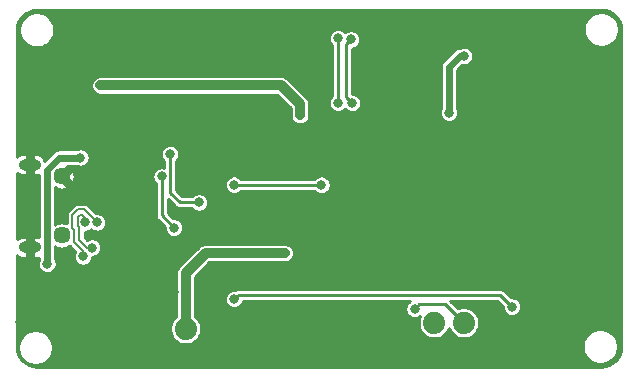
<source format=gbl>
G04 #@! TF.GenerationSoftware,KiCad,Pcbnew,(5.1.9)-1*
G04 #@! TF.CreationDate,2021-04-20T13:04:07+03:00*
G04 #@! TF.ProjectId,ESP32_SCD40-D-R2,45535033-325f-4534-9344-34302d442d52,rev?*
G04 #@! TF.SameCoordinates,Original*
G04 #@! TF.FileFunction,Copper,L2,Bot*
G04 #@! TF.FilePolarity,Positive*
%FSLAX46Y46*%
G04 Gerber Fmt 4.6, Leading zero omitted, Abs format (unit mm)*
G04 Created by KiCad (PCBNEW (5.1.9)-1) date 2021-04-20 13:04:07*
%MOMM*%
%LPD*%
G01*
G04 APERTURE LIST*
G04 #@! TA.AperFunction,ComponentPad*
%ADD10C,1.879600*%
G04 #@! TD*
G04 #@! TA.AperFunction,ComponentPad*
%ADD11O,1.900000X0.950000*%
G04 #@! TD*
G04 #@! TA.AperFunction,ComponentPad*
%ADD12C,1.450000*%
G04 #@! TD*
G04 #@! TA.AperFunction,ViaPad*
%ADD13C,0.800000*%
G04 #@! TD*
G04 #@! TA.AperFunction,Conductor*
%ADD14C,0.812800*%
G04 #@! TD*
G04 #@! TA.AperFunction,Conductor*
%ADD15C,0.609600*%
G04 #@! TD*
G04 #@! TA.AperFunction,Conductor*
%ADD16C,0.250000*%
G04 #@! TD*
G04 #@! TA.AperFunction,Conductor*
%ADD17C,0.200000*%
G04 #@! TD*
G04 #@! TA.AperFunction,Conductor*
%ADD18C,0.254000*%
G04 #@! TD*
G04 #@! TA.AperFunction,Conductor*
%ADD19C,0.100000*%
G04 #@! TD*
G04 APERTURE END LIST*
D10*
G04 #@! TO.P,TP3,1*
G04 #@! TO.N,TXD*
X35750000Y-26900000D03*
G04 #@! TD*
G04 #@! TO.P,TP2,1*
G04 #@! TO.N,RXD*
X38250000Y-26900000D03*
G04 #@! TD*
G04 #@! TO.P,TP1,1*
G04 #@! TO.N,+3V3*
X14700000Y-27400000D03*
G04 #@! TD*
D11*
G04 #@! TO.P,J1,6*
G04 #@! TO.N,GND*
X1500000Y-20500000D03*
X1500000Y-13500000D03*
D12*
X4200000Y-19500000D03*
X4200000Y-14500000D03*
G04 #@! TD*
D13*
G04 #@! TO.N,GND*
X11150000Y-21300000D03*
X5800000Y-22500000D03*
X10200000Y-28600000D03*
X16600000Y-1700000D03*
X18100000Y-5100000D03*
X25700000Y-5500000D03*
X29100000Y-5200000D03*
X21900000Y-28500000D03*
X22000000Y-22200000D03*
X43700000Y-22600000D03*
X43900000Y-8300000D03*
X34200000Y-5400000D03*
X39400000Y-5400000D03*
X21100000Y-1700000D03*
X8500000Y-1700000D03*
X4500000Y-1700000D03*
X4200000Y-6800000D03*
X800000Y-6800000D03*
X34300000Y-2800000D03*
X32300000Y-900000D03*
X39100000Y-2800000D03*
X44100000Y-2800000D03*
X44200000Y-800000D03*
X39000000Y-800000D03*
X34300000Y-800000D03*
X10000000Y-17400000D03*
X32900000Y-25500000D03*
X34100000Y-27625010D03*
X13693590Y-24326432D03*
X34300000Y-8500000D03*
X39400000Y-8600000D03*
X27800000Y-14300000D03*
X27800000Y-17400000D03*
X27900000Y-21000000D03*
X32300000Y-21000000D03*
X32300000Y-17400000D03*
X32500000Y-14300000D03*
X36600000Y-21100000D03*
X36700000Y-17400000D03*
X40400000Y-17500000D03*
X40400000Y-21200000D03*
X40500000Y-14000000D03*
X43800000Y-14000000D03*
X43700000Y-17500000D03*
X43600000Y-21300000D03*
X22700000Y-17400000D03*
X22700000Y-14200000D03*
X22800000Y-10000000D03*
X800000Y-22500000D03*
X700000Y-26800000D03*
X5400000Y-29100000D03*
X7100000Y-26400000D03*
X17800000Y-29000000D03*
X27900000Y-30000000D03*
X29800000Y-28400000D03*
X43100000Y-30000000D03*
X43800000Y-26300000D03*
X8000000Y-16900000D03*
X18850000Y-17200000D03*
X18800000Y-22300000D03*
X18750000Y-19600000D03*
X18800000Y-11450000D03*
X27850000Y-11100000D03*
G04 #@! TO.N,+3V3*
X7500000Y-6800000D03*
X19400000Y-6800000D03*
X22200000Y-21000000D03*
X23100000Y-21000000D03*
X24400000Y-8400000D03*
X24400000Y-9300000D03*
X37000000Y-9100000D03*
X38300000Y-4300000D03*
G04 #@! TO.N,VBUS*
X3000000Y-21900000D03*
X5800000Y-12900000D03*
G04 #@! TO.N,RESET*
X13400000Y-12600000D03*
X18800000Y-24900000D03*
X42325000Y-25525000D03*
X15850000Y-16700000D03*
G04 #@! TO.N,D+*
X6175000Y-18400000D03*
X6771232Y-20528768D03*
G04 #@! TO.N,D-*
X7225000Y-18400000D03*
X6028768Y-21271232D03*
G04 #@! TO.N,RTS*
X13712379Y-18837698D03*
X12674990Y-14500000D03*
G04 #@! TO.N,BOOT*
X18800000Y-15200000D03*
X26200000Y-15200000D03*
G04 #@! TO.N,SDA*
X28800000Y-8300000D03*
X28700000Y-2900000D03*
G04 #@! TO.N,SCL*
X27600000Y-2800000D03*
X27600000Y-8300000D03*
G04 #@! TO.N,RXD*
X34100000Y-25700000D03*
G04 #@! TD*
D14*
G04 #@! TO.N,+3V3*
X19400000Y-6800000D02*
X22800000Y-6800000D01*
X22800000Y-6800000D02*
X24400000Y-8400000D01*
X7500000Y-6800000D02*
X19400000Y-6800000D01*
X14700000Y-27400000D02*
X14700000Y-22700000D01*
X14700000Y-22700000D02*
X16400000Y-21000000D01*
X16400000Y-21000000D02*
X22200000Y-21000000D01*
X22200000Y-21000000D02*
X23100000Y-21000000D01*
X24400000Y-8400000D02*
X24400000Y-9300000D01*
X24400000Y-9300000D02*
X24400000Y-9300000D01*
D15*
X37000000Y-9100000D02*
X37000000Y-5200000D01*
X37900000Y-4300000D02*
X38300000Y-4300000D01*
X37000000Y-5200000D02*
X37900000Y-4300000D01*
G04 #@! TO.N,VBUS*
X3979894Y-12900000D02*
X4400000Y-12900000D01*
X2954810Y-13925084D02*
X3979894Y-12900000D01*
X2954810Y-17945190D02*
X2954810Y-13925084D01*
X3000000Y-21900000D02*
X2954810Y-21854810D01*
X2954810Y-21854810D02*
X2954810Y-17945190D01*
X4400000Y-12900000D02*
X5800000Y-12900000D01*
D16*
G04 #@! TO.N,RESET*
X19199999Y-24500001D02*
X18800000Y-24900000D01*
X41300000Y-24500000D02*
X19199999Y-24500001D01*
X42325000Y-25525000D02*
X41300000Y-24500000D01*
X15850000Y-16750000D02*
X15850000Y-16700000D01*
X14200000Y-16700000D02*
X15850000Y-16700000D01*
X13400000Y-15900000D02*
X14200000Y-16700000D01*
X13400000Y-12600000D02*
X13400000Y-15900000D01*
D17*
G04 #@! TO.N,D+*
X6175000Y-17986397D02*
X5913603Y-17725000D01*
X6175000Y-18400000D02*
X6175000Y-17986397D01*
X5913603Y-17725000D02*
X5793200Y-17725000D01*
X5793200Y-17725000D02*
X5562960Y-17955240D01*
X5674992Y-19856793D02*
X6339449Y-20521250D01*
X5562960Y-17955240D02*
X5562960Y-18709575D01*
X6339449Y-20521250D02*
X6388760Y-20521250D01*
X5562960Y-18709575D02*
X5674992Y-18821607D01*
X6388760Y-20521250D02*
X6396278Y-20528768D01*
X5674992Y-18821607D02*
X5674992Y-19856793D01*
X6396278Y-20528768D02*
X6771232Y-20528768D01*
G04 #@! TO.N,D-*
X6100000Y-17275000D02*
X5606800Y-17275000D01*
X7225000Y-18400000D02*
X6100000Y-17275000D01*
X5606800Y-17275000D02*
X5112960Y-17768840D01*
X6028768Y-20846967D02*
X6028768Y-21271232D01*
X5112960Y-17768840D02*
X5112960Y-18895958D01*
X5112960Y-18895958D02*
X5225001Y-19007999D01*
X5225001Y-19007999D02*
X5225001Y-20043200D01*
X5225001Y-20043200D02*
X6028768Y-20846967D01*
D16*
G04 #@! TO.N,RTS*
X13712379Y-18837698D02*
X12674990Y-17800309D01*
X12674990Y-17800309D02*
X12674990Y-14500000D01*
G04 #@! TO.N,BOOT*
X18800000Y-15200000D02*
X26200000Y-15200000D01*
G04 #@! TO.N,SDA*
X28300000Y-7800000D02*
X28800000Y-8300000D01*
X28300000Y-3300000D02*
X28300000Y-7800000D01*
X28700000Y-2900000D02*
X28300000Y-3300000D01*
G04 #@! TO.N,SCL*
X27600000Y-2800000D02*
X27600000Y-8300000D01*
G04 #@! TO.N,RXD*
X36650001Y-25300001D02*
X38250000Y-26900000D01*
X34499999Y-25300001D02*
X36650001Y-25300001D01*
X34100000Y-25700000D02*
X34499999Y-25300001D01*
G04 #@! TD*
D18*
G04 #@! TO.N,GND*
X50228652Y-440171D02*
X50544791Y-535619D01*
X50836366Y-690652D01*
X51092277Y-899366D01*
X51302775Y-1153815D01*
X51459842Y-1444303D01*
X51557493Y-1759763D01*
X51594001Y-2107113D01*
X51594000Y-28880147D01*
X51559829Y-29228653D01*
X51464381Y-29544790D01*
X51309345Y-29836370D01*
X51100630Y-30092281D01*
X50846182Y-30302777D01*
X50555697Y-30459842D01*
X50240237Y-30557493D01*
X49892897Y-30594000D01*
X2119853Y-30594000D01*
X1771347Y-30559829D01*
X1455210Y-30464381D01*
X1163630Y-30309345D01*
X907719Y-30100630D01*
X697223Y-29846182D01*
X540158Y-29555697D01*
X442507Y-29240237D01*
X406000Y-28892897D01*
X406000Y-28854134D01*
X519000Y-28854134D01*
X519000Y-29145866D01*
X575914Y-29431992D01*
X687555Y-29701517D01*
X849632Y-29944083D01*
X1055917Y-30150368D01*
X1298483Y-30312445D01*
X1568008Y-30424086D01*
X1854134Y-30481000D01*
X2145866Y-30481000D01*
X2431992Y-30424086D01*
X2701517Y-30312445D01*
X2944083Y-30150368D01*
X3150368Y-29944083D01*
X3312445Y-29701517D01*
X3424086Y-29431992D01*
X3481000Y-29145866D01*
X3481000Y-28854134D01*
X3461109Y-28754134D01*
X48319000Y-28754134D01*
X48319000Y-29045866D01*
X48375914Y-29331992D01*
X48487555Y-29601517D01*
X48649632Y-29844083D01*
X48855917Y-30050368D01*
X49098483Y-30212445D01*
X49368008Y-30324086D01*
X49654134Y-30381000D01*
X49945866Y-30381000D01*
X50231992Y-30324086D01*
X50501517Y-30212445D01*
X50744083Y-30050368D01*
X50950368Y-29844083D01*
X51112445Y-29601517D01*
X51224086Y-29331992D01*
X51281000Y-29045866D01*
X51281000Y-28754134D01*
X51224086Y-28468008D01*
X51112445Y-28198483D01*
X50950368Y-27955917D01*
X50744083Y-27749632D01*
X50501517Y-27587555D01*
X50231992Y-27475914D01*
X49945866Y-27419000D01*
X49654134Y-27419000D01*
X49368008Y-27475914D01*
X49098483Y-27587555D01*
X48855917Y-27749632D01*
X48649632Y-27955917D01*
X48487555Y-28198483D01*
X48375914Y-28468008D01*
X48319000Y-28754134D01*
X3461109Y-28754134D01*
X3424086Y-28568008D01*
X3312445Y-28298483D01*
X3150368Y-28055917D01*
X2944083Y-27849632D01*
X2701517Y-27687555D01*
X2431992Y-27575914D01*
X2145866Y-27519000D01*
X1854134Y-27519000D01*
X1568008Y-27575914D01*
X1298483Y-27687555D01*
X1055917Y-27849632D01*
X849632Y-28055917D01*
X687555Y-28298483D01*
X575914Y-28568008D01*
X519000Y-28854134D01*
X406000Y-28854134D01*
X406000Y-27269913D01*
X13379200Y-27269913D01*
X13379200Y-27530087D01*
X13429957Y-27785263D01*
X13529522Y-28025634D01*
X13674067Y-28241961D01*
X13858039Y-28425933D01*
X14074366Y-28570478D01*
X14314737Y-28670043D01*
X14569913Y-28720800D01*
X14830087Y-28720800D01*
X15085263Y-28670043D01*
X15325634Y-28570478D01*
X15541961Y-28425933D01*
X15725933Y-28241961D01*
X15870478Y-28025634D01*
X15970043Y-27785263D01*
X16020800Y-27530087D01*
X16020800Y-27269913D01*
X15970043Y-27014737D01*
X15870478Y-26774366D01*
X15725933Y-26558039D01*
X15541961Y-26374067D01*
X15487400Y-26337611D01*
X15487400Y-24823078D01*
X18019000Y-24823078D01*
X18019000Y-24976922D01*
X18049013Y-25127809D01*
X18107887Y-25269942D01*
X18193358Y-25397859D01*
X18302141Y-25506642D01*
X18430058Y-25592113D01*
X18572191Y-25650987D01*
X18723078Y-25681000D01*
X18876922Y-25681000D01*
X19027809Y-25650987D01*
X19169942Y-25592113D01*
X19297859Y-25506642D01*
X19406642Y-25397859D01*
X19492113Y-25269942D01*
X19550987Y-25127809D01*
X19575216Y-25006001D01*
X33734614Y-25006000D01*
X33730058Y-25007887D01*
X33602141Y-25093358D01*
X33493358Y-25202141D01*
X33407887Y-25330058D01*
X33349013Y-25472191D01*
X33319000Y-25623078D01*
X33319000Y-25776922D01*
X33349013Y-25927809D01*
X33407887Y-26069942D01*
X33493358Y-26197859D01*
X33602141Y-26306642D01*
X33730058Y-26392113D01*
X33872191Y-26450987D01*
X34023078Y-26481000D01*
X34176922Y-26481000D01*
X34327809Y-26450987D01*
X34469942Y-26392113D01*
X34554019Y-26335934D01*
X34479957Y-26514737D01*
X34429200Y-26769913D01*
X34429200Y-27030087D01*
X34479957Y-27285263D01*
X34579522Y-27525634D01*
X34724067Y-27741961D01*
X34908039Y-27925933D01*
X35124366Y-28070478D01*
X35364737Y-28170043D01*
X35619913Y-28220800D01*
X35880087Y-28220800D01*
X36135263Y-28170043D01*
X36375634Y-28070478D01*
X36591961Y-27925933D01*
X36775933Y-27741961D01*
X36920478Y-27525634D01*
X37000000Y-27333651D01*
X37079522Y-27525634D01*
X37224067Y-27741961D01*
X37408039Y-27925933D01*
X37624366Y-28070478D01*
X37864737Y-28170043D01*
X38119913Y-28220800D01*
X38380087Y-28220800D01*
X38635263Y-28170043D01*
X38875634Y-28070478D01*
X39091961Y-27925933D01*
X39275933Y-27741961D01*
X39420478Y-27525634D01*
X39520043Y-27285263D01*
X39570800Y-27030087D01*
X39570800Y-26769913D01*
X39520043Y-26514737D01*
X39420478Y-26274366D01*
X39275933Y-26058039D01*
X39091961Y-25874067D01*
X38875634Y-25729522D01*
X38635263Y-25629957D01*
X38380087Y-25579200D01*
X38119913Y-25579200D01*
X37864737Y-25629957D01*
X37745103Y-25679511D01*
X37071590Y-25005999D01*
X41090408Y-25005999D01*
X41544000Y-25459592D01*
X41544000Y-25601922D01*
X41574013Y-25752809D01*
X41632887Y-25894942D01*
X41718358Y-26022859D01*
X41827141Y-26131642D01*
X41955058Y-26217113D01*
X42097191Y-26275987D01*
X42248078Y-26306000D01*
X42401922Y-26306000D01*
X42552809Y-26275987D01*
X42694942Y-26217113D01*
X42822859Y-26131642D01*
X42931642Y-26022859D01*
X43017113Y-25894942D01*
X43075987Y-25752809D01*
X43106000Y-25601922D01*
X43106000Y-25448078D01*
X43075987Y-25297191D01*
X43017113Y-25155058D01*
X42931642Y-25027141D01*
X42822859Y-24918358D01*
X42694942Y-24832887D01*
X42552809Y-24774013D01*
X42401922Y-24744000D01*
X42259592Y-24744000D01*
X41675370Y-24159779D01*
X41659526Y-24140473D01*
X41582478Y-24077241D01*
X41494574Y-24030255D01*
X41399192Y-24001322D01*
X41324853Y-23994000D01*
X41324846Y-23994000D01*
X41300000Y-23991553D01*
X41275154Y-23994000D01*
X19224855Y-23994002D01*
X19199998Y-23991554D01*
X19100806Y-24001323D01*
X19005424Y-24030256D01*
X18917520Y-24077243D01*
X18866638Y-24119000D01*
X18723078Y-24119000D01*
X18572191Y-24149013D01*
X18430058Y-24207887D01*
X18302141Y-24293358D01*
X18193358Y-24402141D01*
X18107887Y-24530058D01*
X18049013Y-24672191D01*
X18019000Y-24823078D01*
X15487400Y-24823078D01*
X15487400Y-23026150D01*
X16726151Y-21787400D01*
X23138673Y-21787400D01*
X23254357Y-21776006D01*
X23402783Y-21730982D01*
X23539572Y-21657866D01*
X23659469Y-21559469D01*
X23757866Y-21439572D01*
X23830982Y-21302783D01*
X23876006Y-21154357D01*
X23891209Y-21000000D01*
X23876006Y-20845643D01*
X23830982Y-20697217D01*
X23757866Y-20560428D01*
X23659469Y-20440531D01*
X23539572Y-20342134D01*
X23402783Y-20269018D01*
X23254357Y-20223994D01*
X23138673Y-20212600D01*
X16438662Y-20212600D01*
X16399999Y-20208792D01*
X16361336Y-20212600D01*
X16361327Y-20212600D01*
X16245643Y-20223994D01*
X16097217Y-20269018D01*
X15960428Y-20342134D01*
X15840531Y-20440531D01*
X15815877Y-20470572D01*
X14170573Y-22115877D01*
X14140532Y-22140531D01*
X14115879Y-22170571D01*
X14042135Y-22260428D01*
X13969018Y-22397218D01*
X13923995Y-22545643D01*
X13908792Y-22700000D01*
X13912601Y-22738673D01*
X13912600Y-26337610D01*
X13858039Y-26374067D01*
X13674067Y-26558039D01*
X13529522Y-26774366D01*
X13429957Y-27014737D01*
X13379200Y-27269913D01*
X406000Y-27269913D01*
X406000Y-21171601D01*
X439810Y-21205754D01*
X588740Y-21306358D01*
X754435Y-21375974D01*
X930528Y-21411927D01*
X1110251Y-21412835D01*
X1252000Y-21293010D01*
X1252000Y-20748000D01*
X1232000Y-20748000D01*
X1232000Y-20252000D01*
X1252000Y-20252000D01*
X1252000Y-19706990D01*
X1110251Y-19587165D01*
X930528Y-19588073D01*
X754435Y-19624026D01*
X588740Y-19693642D01*
X439810Y-19794246D01*
X406000Y-19828399D01*
X406000Y-14171601D01*
X439810Y-14205754D01*
X588740Y-14306358D01*
X754435Y-14375974D01*
X930528Y-14411927D01*
X1110251Y-14412835D01*
X1252000Y-14293010D01*
X1252000Y-13748000D01*
X1232000Y-13748000D01*
X1232000Y-13252000D01*
X1252000Y-13252000D01*
X1252000Y-12706990D01*
X1748000Y-12706990D01*
X1748000Y-13252000D01*
X1768000Y-13252000D01*
X1768000Y-13748000D01*
X1748000Y-13748000D01*
X1748000Y-14293010D01*
X1889749Y-14412835D01*
X2069472Y-14411927D01*
X2245565Y-14375974D01*
X2269011Y-14366123D01*
X2269010Y-17978878D01*
X2269011Y-17978888D01*
X2269011Y-19633877D01*
X2245565Y-19624026D01*
X2069472Y-19588073D01*
X1889749Y-19587165D01*
X1748000Y-19706990D01*
X1748000Y-20252000D01*
X1768000Y-20252000D01*
X1768000Y-20748000D01*
X1748000Y-20748000D01*
X1748000Y-21293010D01*
X1889749Y-21412835D01*
X2069472Y-21411927D01*
X2245565Y-21375974D01*
X2269010Y-21366124D01*
X2269010Y-21623914D01*
X2249013Y-21672191D01*
X2219000Y-21823078D01*
X2219000Y-21976922D01*
X2249013Y-22127809D01*
X2307887Y-22269942D01*
X2393358Y-22397859D01*
X2502141Y-22506642D01*
X2630058Y-22592113D01*
X2772191Y-22650987D01*
X2923078Y-22681000D01*
X3076922Y-22681000D01*
X3227809Y-22650987D01*
X3369942Y-22592113D01*
X3497859Y-22506642D01*
X3606642Y-22397859D01*
X3692113Y-22269942D01*
X3750987Y-22127809D01*
X3781000Y-21976922D01*
X3781000Y-21823078D01*
X3750987Y-21672191D01*
X3692113Y-21530058D01*
X3640610Y-21452978D01*
X3640610Y-20410118D01*
X3678600Y-20372128D01*
X3763872Y-20522201D01*
X3971674Y-20587643D01*
X4188249Y-20611289D01*
X4405277Y-20592228D01*
X4614416Y-20531194D01*
X4636128Y-20522201D01*
X4721400Y-20372128D01*
X4810046Y-20460774D01*
X4884676Y-20386144D01*
X4901590Y-20400025D01*
X5363171Y-20861606D01*
X5336655Y-20901290D01*
X5277781Y-21043423D01*
X5247768Y-21194310D01*
X5247768Y-21348154D01*
X5277781Y-21499041D01*
X5336655Y-21641174D01*
X5422126Y-21769091D01*
X5530909Y-21877874D01*
X5658826Y-21963345D01*
X5800959Y-22022219D01*
X5951846Y-22052232D01*
X6105690Y-22052232D01*
X6256577Y-22022219D01*
X6398710Y-21963345D01*
X6526627Y-21877874D01*
X6635410Y-21769091D01*
X6720881Y-21641174D01*
X6779755Y-21499041D01*
X6809768Y-21348154D01*
X6809768Y-21309768D01*
X6848154Y-21309768D01*
X6999041Y-21279755D01*
X7141174Y-21220881D01*
X7269091Y-21135410D01*
X7377874Y-21026627D01*
X7463345Y-20898710D01*
X7522219Y-20756577D01*
X7552232Y-20605690D01*
X7552232Y-20451846D01*
X7522219Y-20300959D01*
X7463345Y-20158826D01*
X7377874Y-20030909D01*
X7269091Y-19922126D01*
X7141174Y-19836655D01*
X6999041Y-19777781D01*
X6848154Y-19747768D01*
X6694310Y-19747768D01*
X6543423Y-19777781D01*
X6401290Y-19836655D01*
X6361606Y-19863171D01*
X6155992Y-19657557D01*
X6155992Y-19181000D01*
X6251922Y-19181000D01*
X6402809Y-19150987D01*
X6544942Y-19092113D01*
X6672859Y-19006642D01*
X6700000Y-18979501D01*
X6727141Y-19006642D01*
X6855058Y-19092113D01*
X6997191Y-19150987D01*
X7148078Y-19181000D01*
X7301922Y-19181000D01*
X7452809Y-19150987D01*
X7594942Y-19092113D01*
X7722859Y-19006642D01*
X7831642Y-18897859D01*
X7917113Y-18769942D01*
X7975987Y-18627809D01*
X8006000Y-18476922D01*
X8006000Y-18323078D01*
X7975987Y-18172191D01*
X7917113Y-18030058D01*
X7831642Y-17902141D01*
X7722859Y-17793358D01*
X7594942Y-17707887D01*
X7452809Y-17649013D01*
X7301922Y-17619000D01*
X7148078Y-17619000D01*
X7128192Y-17622956D01*
X6456830Y-16951594D01*
X6441764Y-16933236D01*
X6368522Y-16873128D01*
X6284961Y-16828464D01*
X6194292Y-16800960D01*
X6123626Y-16794000D01*
X6100000Y-16791673D01*
X6076374Y-16794000D01*
X5630423Y-16794000D01*
X5606799Y-16791673D01*
X5583175Y-16794000D01*
X5583174Y-16794000D01*
X5512508Y-16800960D01*
X5421839Y-16828464D01*
X5338278Y-16873128D01*
X5265036Y-16933236D01*
X5249974Y-16951589D01*
X4789554Y-17412010D01*
X4771196Y-17427076D01*
X4711088Y-17500318D01*
X4666424Y-17583880D01*
X4656449Y-17616764D01*
X4638920Y-17674548D01*
X4629633Y-17768840D01*
X4631960Y-17792467D01*
X4631961Y-18476487D01*
X4428326Y-18412357D01*
X4211751Y-18388711D01*
X3994723Y-18407772D01*
X3785584Y-18468806D01*
X3763872Y-18477799D01*
X3678600Y-18627872D01*
X3640610Y-18589882D01*
X3640610Y-15410118D01*
X3678600Y-15372128D01*
X3763872Y-15522201D01*
X3971674Y-15587643D01*
X4188249Y-15611289D01*
X4405277Y-15592228D01*
X4614416Y-15531194D01*
X4636128Y-15522201D01*
X4721401Y-15372126D01*
X4200000Y-14850725D01*
X4185858Y-14864868D01*
X3835133Y-14514143D01*
X3849275Y-14500000D01*
X4550725Y-14500000D01*
X5072126Y-15021401D01*
X5222201Y-14936128D01*
X5287643Y-14728326D01*
X5311289Y-14511751D01*
X5303502Y-14423078D01*
X11893990Y-14423078D01*
X11893990Y-14576922D01*
X11924003Y-14727809D01*
X11982877Y-14869942D01*
X12068348Y-14997859D01*
X12168991Y-15098502D01*
X12168990Y-17775463D01*
X12166543Y-17800309D01*
X12168990Y-17825155D01*
X12168990Y-17825162D01*
X12176312Y-17899501D01*
X12205245Y-17994883D01*
X12252231Y-18082788D01*
X12315463Y-18159836D01*
X12334775Y-18175685D01*
X12931379Y-18772290D01*
X12931379Y-18914620D01*
X12961392Y-19065507D01*
X13020266Y-19207640D01*
X13105737Y-19335557D01*
X13214520Y-19444340D01*
X13342437Y-19529811D01*
X13484570Y-19588685D01*
X13635457Y-19618698D01*
X13789301Y-19618698D01*
X13940188Y-19588685D01*
X14082321Y-19529811D01*
X14210238Y-19444340D01*
X14319021Y-19335557D01*
X14404492Y-19207640D01*
X14463366Y-19065507D01*
X14493379Y-18914620D01*
X14493379Y-18760776D01*
X14463366Y-18609889D01*
X14404492Y-18467756D01*
X14319021Y-18339839D01*
X14210238Y-18231056D01*
X14082321Y-18145585D01*
X13940188Y-18086711D01*
X13789301Y-18056698D01*
X13646971Y-18056698D01*
X13180990Y-17590718D01*
X13180990Y-16396581D01*
X13824628Y-17040220D01*
X13840473Y-17059527D01*
X13917521Y-17122759D01*
X14005425Y-17169745D01*
X14100807Y-17198678D01*
X14200000Y-17208448D01*
X14224854Y-17206000D01*
X15251499Y-17206000D01*
X15352141Y-17306642D01*
X15480058Y-17392113D01*
X15622191Y-17450987D01*
X15773078Y-17481000D01*
X15926922Y-17481000D01*
X16077809Y-17450987D01*
X16219942Y-17392113D01*
X16347859Y-17306642D01*
X16456642Y-17197859D01*
X16542113Y-17069942D01*
X16600987Y-16927809D01*
X16631000Y-16776922D01*
X16631000Y-16623078D01*
X16600987Y-16472191D01*
X16542113Y-16330058D01*
X16456642Y-16202141D01*
X16347859Y-16093358D01*
X16219942Y-16007887D01*
X16077809Y-15949013D01*
X15926922Y-15919000D01*
X15773078Y-15919000D01*
X15622191Y-15949013D01*
X15480058Y-16007887D01*
X15352141Y-16093358D01*
X15251499Y-16194000D01*
X14409592Y-16194000D01*
X13906000Y-15690409D01*
X13906000Y-15123078D01*
X18019000Y-15123078D01*
X18019000Y-15276922D01*
X18049013Y-15427809D01*
X18107887Y-15569942D01*
X18193358Y-15697859D01*
X18302141Y-15806642D01*
X18430058Y-15892113D01*
X18572191Y-15950987D01*
X18723078Y-15981000D01*
X18876922Y-15981000D01*
X19027809Y-15950987D01*
X19169942Y-15892113D01*
X19297859Y-15806642D01*
X19398501Y-15706000D01*
X25601499Y-15706000D01*
X25702141Y-15806642D01*
X25830058Y-15892113D01*
X25972191Y-15950987D01*
X26123078Y-15981000D01*
X26276922Y-15981000D01*
X26427809Y-15950987D01*
X26569942Y-15892113D01*
X26697859Y-15806642D01*
X26806642Y-15697859D01*
X26892113Y-15569942D01*
X26950987Y-15427809D01*
X26981000Y-15276922D01*
X26981000Y-15123078D01*
X26950987Y-14972191D01*
X26892113Y-14830058D01*
X26806642Y-14702141D01*
X26697859Y-14593358D01*
X26569942Y-14507887D01*
X26427809Y-14449013D01*
X26276922Y-14419000D01*
X26123078Y-14419000D01*
X25972191Y-14449013D01*
X25830058Y-14507887D01*
X25702141Y-14593358D01*
X25601499Y-14694000D01*
X19398501Y-14694000D01*
X19297859Y-14593358D01*
X19169942Y-14507887D01*
X19027809Y-14449013D01*
X18876922Y-14419000D01*
X18723078Y-14419000D01*
X18572191Y-14449013D01*
X18430058Y-14507887D01*
X18302141Y-14593358D01*
X18193358Y-14702141D01*
X18107887Y-14830058D01*
X18049013Y-14972191D01*
X18019000Y-15123078D01*
X13906000Y-15123078D01*
X13906000Y-13198501D01*
X14006642Y-13097859D01*
X14092113Y-12969942D01*
X14150987Y-12827809D01*
X14181000Y-12676922D01*
X14181000Y-12523078D01*
X14150987Y-12372191D01*
X14092113Y-12230058D01*
X14006642Y-12102141D01*
X13897859Y-11993358D01*
X13769942Y-11907887D01*
X13627809Y-11849013D01*
X13476922Y-11819000D01*
X13323078Y-11819000D01*
X13172191Y-11849013D01*
X13030058Y-11907887D01*
X12902141Y-11993358D01*
X12793358Y-12102141D01*
X12707887Y-12230058D01*
X12649013Y-12372191D01*
X12619000Y-12523078D01*
X12619000Y-12676922D01*
X12649013Y-12827809D01*
X12707887Y-12969942D01*
X12793358Y-13097859D01*
X12894000Y-13198501D01*
X12894000Y-13747263D01*
X12751912Y-13719000D01*
X12598068Y-13719000D01*
X12447181Y-13749013D01*
X12305048Y-13807887D01*
X12177131Y-13893358D01*
X12068348Y-14002141D01*
X11982877Y-14130058D01*
X11924003Y-14272191D01*
X11893990Y-14423078D01*
X5303502Y-14423078D01*
X5292228Y-14294723D01*
X5231194Y-14085584D01*
X5222201Y-14063872D01*
X5072126Y-13978599D01*
X4550725Y-14500000D01*
X3849275Y-14500000D01*
X3835133Y-14485858D01*
X4185858Y-14135133D01*
X4200000Y-14149275D01*
X4721401Y-13627874D01*
X4697494Y-13585800D01*
X5420610Y-13585800D01*
X5430058Y-13592113D01*
X5572191Y-13650987D01*
X5723078Y-13681000D01*
X5876922Y-13681000D01*
X6027809Y-13650987D01*
X6169942Y-13592113D01*
X6297859Y-13506642D01*
X6406642Y-13397859D01*
X6492113Y-13269942D01*
X6550987Y-13127809D01*
X6581000Y-12976922D01*
X6581000Y-12823078D01*
X6550987Y-12672191D01*
X6492113Y-12530058D01*
X6406642Y-12402141D01*
X6297859Y-12293358D01*
X6169942Y-12207887D01*
X6027809Y-12149013D01*
X5876922Y-12119000D01*
X5723078Y-12119000D01*
X5572191Y-12149013D01*
X5430058Y-12207887D01*
X5420610Y-12214200D01*
X4013580Y-12214200D01*
X3979894Y-12210882D01*
X3946208Y-12214200D01*
X3946205Y-12214200D01*
X3845454Y-12224123D01*
X3716180Y-12263338D01*
X3597041Y-12327019D01*
X3492614Y-12412720D01*
X3471136Y-12438891D01*
X2719254Y-13190773D01*
X2745404Y-13126889D01*
X2686632Y-12921972D01*
X2560190Y-12794246D01*
X2411260Y-12693642D01*
X2245565Y-12624026D01*
X2069472Y-12588073D01*
X1889749Y-12587165D01*
X1748000Y-12706990D01*
X1252000Y-12706990D01*
X1110251Y-12587165D01*
X930528Y-12588073D01*
X754435Y-12624026D01*
X588740Y-12693642D01*
X439810Y-12794246D01*
X406000Y-12828399D01*
X406000Y-6800000D01*
X6708791Y-6800000D01*
X6723994Y-6954357D01*
X6769018Y-7102783D01*
X6842134Y-7239572D01*
X6940531Y-7359469D01*
X7060428Y-7457866D01*
X7197217Y-7530982D01*
X7345643Y-7576006D01*
X7461327Y-7587400D01*
X22473850Y-7587400D01*
X23612600Y-8726152D01*
X23612600Y-9261327D01*
X23608791Y-9300000D01*
X23623994Y-9454357D01*
X23669018Y-9602783D01*
X23742134Y-9739572D01*
X23840531Y-9859469D01*
X23960428Y-9957866D01*
X24097217Y-10030982D01*
X24245643Y-10076006D01*
X24361327Y-10087400D01*
X24400000Y-10091209D01*
X24438673Y-10087400D01*
X24554357Y-10076006D01*
X24702783Y-10030982D01*
X24839572Y-9957866D01*
X24959469Y-9859469D01*
X25057866Y-9739572D01*
X25130982Y-9602783D01*
X25176006Y-9454357D01*
X25191209Y-9300000D01*
X25187400Y-9261327D01*
X25187400Y-8438665D01*
X25191208Y-8400000D01*
X25187400Y-8361335D01*
X25187400Y-8361327D01*
X25176006Y-8245643D01*
X25130982Y-8097217D01*
X25117605Y-8072191D01*
X25057866Y-7960427D01*
X24984122Y-7870570D01*
X24984119Y-7870567D01*
X24959469Y-7840531D01*
X24929434Y-7815882D01*
X23384127Y-6270577D01*
X23359469Y-6240531D01*
X23239572Y-6142134D01*
X23102783Y-6069018D01*
X22954357Y-6023994D01*
X22838673Y-6012600D01*
X22838663Y-6012600D01*
X22800000Y-6008792D01*
X22761337Y-6012600D01*
X7461327Y-6012600D01*
X7345643Y-6023994D01*
X7197217Y-6069018D01*
X7060428Y-6142134D01*
X6940531Y-6240531D01*
X6842134Y-6360428D01*
X6769018Y-6497217D01*
X6723994Y-6645643D01*
X6708791Y-6800000D01*
X406000Y-6800000D01*
X406000Y-2119854D01*
X422248Y-1954134D01*
X619000Y-1954134D01*
X619000Y-2245866D01*
X675914Y-2531992D01*
X787555Y-2801517D01*
X949632Y-3044083D01*
X1155917Y-3250368D01*
X1398483Y-3412445D01*
X1668008Y-3524086D01*
X1954134Y-3581000D01*
X2245866Y-3581000D01*
X2531992Y-3524086D01*
X2801517Y-3412445D01*
X3044083Y-3250368D01*
X3250368Y-3044083D01*
X3412445Y-2801517D01*
X3444935Y-2723078D01*
X26819000Y-2723078D01*
X26819000Y-2876922D01*
X26849013Y-3027809D01*
X26907887Y-3169942D01*
X26993358Y-3297859D01*
X27094000Y-3398501D01*
X27094001Y-7701498D01*
X26993358Y-7802141D01*
X26907887Y-7930058D01*
X26849013Y-8072191D01*
X26819000Y-8223078D01*
X26819000Y-8376922D01*
X26849013Y-8527809D01*
X26907887Y-8669942D01*
X26993358Y-8797859D01*
X27102141Y-8906642D01*
X27230058Y-8992113D01*
X27372191Y-9050987D01*
X27523078Y-9081000D01*
X27676922Y-9081000D01*
X27827809Y-9050987D01*
X27969942Y-8992113D01*
X28097859Y-8906642D01*
X28200000Y-8804501D01*
X28302141Y-8906642D01*
X28430058Y-8992113D01*
X28572191Y-9050987D01*
X28723078Y-9081000D01*
X28876922Y-9081000D01*
X29027809Y-9050987D01*
X29095186Y-9023078D01*
X36219000Y-9023078D01*
X36219000Y-9176922D01*
X36249013Y-9327809D01*
X36307887Y-9469942D01*
X36393358Y-9597859D01*
X36502141Y-9706642D01*
X36630058Y-9792113D01*
X36772191Y-9850987D01*
X36923078Y-9881000D01*
X37076922Y-9881000D01*
X37227809Y-9850987D01*
X37369942Y-9792113D01*
X37497859Y-9706642D01*
X37606642Y-9597859D01*
X37692113Y-9469942D01*
X37750987Y-9327809D01*
X37781000Y-9176922D01*
X37781000Y-9023078D01*
X37750987Y-8872191D01*
X37692113Y-8730058D01*
X37685800Y-8720610D01*
X37685800Y-5484067D01*
X38111134Y-5058733D01*
X38223078Y-5081000D01*
X38376922Y-5081000D01*
X38527809Y-5050987D01*
X38669942Y-4992113D01*
X38797859Y-4906642D01*
X38906642Y-4797859D01*
X38992113Y-4669942D01*
X39050987Y-4527809D01*
X39081000Y-4376922D01*
X39081000Y-4223078D01*
X39050987Y-4072191D01*
X38992113Y-3930058D01*
X38906642Y-3802141D01*
X38797859Y-3693358D01*
X38669942Y-3607887D01*
X38527809Y-3549013D01*
X38376922Y-3519000D01*
X38223078Y-3519000D01*
X38072191Y-3549013D01*
X37930058Y-3607887D01*
X37922289Y-3613078D01*
X37899999Y-3610883D01*
X37866320Y-3614200D01*
X37866311Y-3614200D01*
X37765560Y-3624123D01*
X37636286Y-3663338D01*
X37517147Y-3727019D01*
X37412720Y-3812720D01*
X37391246Y-3838886D01*
X36538886Y-4691247D01*
X36512721Y-4712720D01*
X36491248Y-4738885D01*
X36491245Y-4738888D01*
X36427020Y-4817147D01*
X36363339Y-4936286D01*
X36324124Y-5065560D01*
X36310883Y-5200000D01*
X36314201Y-5233689D01*
X36314200Y-8720610D01*
X36307887Y-8730058D01*
X36249013Y-8872191D01*
X36219000Y-9023078D01*
X29095186Y-9023078D01*
X29169942Y-8992113D01*
X29297859Y-8906642D01*
X29406642Y-8797859D01*
X29492113Y-8669942D01*
X29550987Y-8527809D01*
X29581000Y-8376922D01*
X29581000Y-8223078D01*
X29550987Y-8072191D01*
X29492113Y-7930058D01*
X29406642Y-7802141D01*
X29297859Y-7693358D01*
X29169942Y-7607887D01*
X29027809Y-7549013D01*
X28876922Y-7519000D01*
X28806000Y-7519000D01*
X28806000Y-3675216D01*
X28927809Y-3650987D01*
X29069942Y-3592113D01*
X29197859Y-3506642D01*
X29306642Y-3397859D01*
X29392113Y-3269942D01*
X29450987Y-3127809D01*
X29481000Y-2976922D01*
X29481000Y-2823078D01*
X29450987Y-2672191D01*
X29392113Y-2530058D01*
X29306642Y-2402141D01*
X29197859Y-2293358D01*
X29069942Y-2207887D01*
X28927809Y-2149013D01*
X28776922Y-2119000D01*
X28623078Y-2119000D01*
X28472191Y-2149013D01*
X28330058Y-2207887D01*
X28202141Y-2293358D01*
X28200000Y-2295499D01*
X28097859Y-2193358D01*
X27969942Y-2107887D01*
X27827809Y-2049013D01*
X27676922Y-2019000D01*
X27523078Y-2019000D01*
X27372191Y-2049013D01*
X27230058Y-2107887D01*
X27102141Y-2193358D01*
X26993358Y-2302141D01*
X26907887Y-2430058D01*
X26849013Y-2572191D01*
X26819000Y-2723078D01*
X3444935Y-2723078D01*
X3524086Y-2531992D01*
X3581000Y-2245866D01*
X3581000Y-1954134D01*
X3571055Y-1904134D01*
X48419000Y-1904134D01*
X48419000Y-2195866D01*
X48475914Y-2481992D01*
X48587555Y-2751517D01*
X48749632Y-2994083D01*
X48955917Y-3200368D01*
X49198483Y-3362445D01*
X49468008Y-3474086D01*
X49754134Y-3531000D01*
X50045866Y-3531000D01*
X50331992Y-3474086D01*
X50601517Y-3362445D01*
X50844083Y-3200368D01*
X51050368Y-2994083D01*
X51212445Y-2751517D01*
X51324086Y-2481992D01*
X51381000Y-2195866D01*
X51381000Y-1904134D01*
X51324086Y-1618008D01*
X51212445Y-1348483D01*
X51050368Y-1105917D01*
X50844083Y-899632D01*
X50601517Y-737555D01*
X50331992Y-625914D01*
X50045866Y-569000D01*
X49754134Y-569000D01*
X49468008Y-625914D01*
X49198483Y-737555D01*
X48955917Y-899632D01*
X48749632Y-1105917D01*
X48587555Y-1348483D01*
X48475914Y-1618008D01*
X48419000Y-1904134D01*
X3571055Y-1904134D01*
X3524086Y-1668008D01*
X3412445Y-1398483D01*
X3250368Y-1155917D01*
X3044083Y-949632D01*
X2801517Y-787555D01*
X2531992Y-675914D01*
X2245866Y-619000D01*
X1954134Y-619000D01*
X1668008Y-675914D01*
X1398483Y-787555D01*
X1155917Y-949632D01*
X949632Y-1155917D01*
X787555Y-1398483D01*
X675914Y-1668008D01*
X619000Y-1954134D01*
X422248Y-1954134D01*
X440171Y-1771348D01*
X535619Y-1455209D01*
X690652Y-1163634D01*
X899366Y-907723D01*
X1153815Y-697225D01*
X1444303Y-540158D01*
X1759763Y-442507D01*
X2107103Y-406000D01*
X49880146Y-406000D01*
X50228652Y-440171D01*
G04 #@! TA.AperFunction,Conductor*
D19*
G36*
X50228652Y-440171D02*
G01*
X50544791Y-535619D01*
X50836366Y-690652D01*
X51092277Y-899366D01*
X51302775Y-1153815D01*
X51459842Y-1444303D01*
X51557493Y-1759763D01*
X51594001Y-2107113D01*
X51594000Y-28880147D01*
X51559829Y-29228653D01*
X51464381Y-29544790D01*
X51309345Y-29836370D01*
X51100630Y-30092281D01*
X50846182Y-30302777D01*
X50555697Y-30459842D01*
X50240237Y-30557493D01*
X49892897Y-30594000D01*
X2119853Y-30594000D01*
X1771347Y-30559829D01*
X1455210Y-30464381D01*
X1163630Y-30309345D01*
X907719Y-30100630D01*
X697223Y-29846182D01*
X540158Y-29555697D01*
X442507Y-29240237D01*
X406000Y-28892897D01*
X406000Y-28854134D01*
X519000Y-28854134D01*
X519000Y-29145866D01*
X575914Y-29431992D01*
X687555Y-29701517D01*
X849632Y-29944083D01*
X1055917Y-30150368D01*
X1298483Y-30312445D01*
X1568008Y-30424086D01*
X1854134Y-30481000D01*
X2145866Y-30481000D01*
X2431992Y-30424086D01*
X2701517Y-30312445D01*
X2944083Y-30150368D01*
X3150368Y-29944083D01*
X3312445Y-29701517D01*
X3424086Y-29431992D01*
X3481000Y-29145866D01*
X3481000Y-28854134D01*
X3461109Y-28754134D01*
X48319000Y-28754134D01*
X48319000Y-29045866D01*
X48375914Y-29331992D01*
X48487555Y-29601517D01*
X48649632Y-29844083D01*
X48855917Y-30050368D01*
X49098483Y-30212445D01*
X49368008Y-30324086D01*
X49654134Y-30381000D01*
X49945866Y-30381000D01*
X50231992Y-30324086D01*
X50501517Y-30212445D01*
X50744083Y-30050368D01*
X50950368Y-29844083D01*
X51112445Y-29601517D01*
X51224086Y-29331992D01*
X51281000Y-29045866D01*
X51281000Y-28754134D01*
X51224086Y-28468008D01*
X51112445Y-28198483D01*
X50950368Y-27955917D01*
X50744083Y-27749632D01*
X50501517Y-27587555D01*
X50231992Y-27475914D01*
X49945866Y-27419000D01*
X49654134Y-27419000D01*
X49368008Y-27475914D01*
X49098483Y-27587555D01*
X48855917Y-27749632D01*
X48649632Y-27955917D01*
X48487555Y-28198483D01*
X48375914Y-28468008D01*
X48319000Y-28754134D01*
X3461109Y-28754134D01*
X3424086Y-28568008D01*
X3312445Y-28298483D01*
X3150368Y-28055917D01*
X2944083Y-27849632D01*
X2701517Y-27687555D01*
X2431992Y-27575914D01*
X2145866Y-27519000D01*
X1854134Y-27519000D01*
X1568008Y-27575914D01*
X1298483Y-27687555D01*
X1055917Y-27849632D01*
X849632Y-28055917D01*
X687555Y-28298483D01*
X575914Y-28568008D01*
X519000Y-28854134D01*
X406000Y-28854134D01*
X406000Y-27269913D01*
X13379200Y-27269913D01*
X13379200Y-27530087D01*
X13429957Y-27785263D01*
X13529522Y-28025634D01*
X13674067Y-28241961D01*
X13858039Y-28425933D01*
X14074366Y-28570478D01*
X14314737Y-28670043D01*
X14569913Y-28720800D01*
X14830087Y-28720800D01*
X15085263Y-28670043D01*
X15325634Y-28570478D01*
X15541961Y-28425933D01*
X15725933Y-28241961D01*
X15870478Y-28025634D01*
X15970043Y-27785263D01*
X16020800Y-27530087D01*
X16020800Y-27269913D01*
X15970043Y-27014737D01*
X15870478Y-26774366D01*
X15725933Y-26558039D01*
X15541961Y-26374067D01*
X15487400Y-26337611D01*
X15487400Y-24823078D01*
X18019000Y-24823078D01*
X18019000Y-24976922D01*
X18049013Y-25127809D01*
X18107887Y-25269942D01*
X18193358Y-25397859D01*
X18302141Y-25506642D01*
X18430058Y-25592113D01*
X18572191Y-25650987D01*
X18723078Y-25681000D01*
X18876922Y-25681000D01*
X19027809Y-25650987D01*
X19169942Y-25592113D01*
X19297859Y-25506642D01*
X19406642Y-25397859D01*
X19492113Y-25269942D01*
X19550987Y-25127809D01*
X19575216Y-25006001D01*
X33734614Y-25006000D01*
X33730058Y-25007887D01*
X33602141Y-25093358D01*
X33493358Y-25202141D01*
X33407887Y-25330058D01*
X33349013Y-25472191D01*
X33319000Y-25623078D01*
X33319000Y-25776922D01*
X33349013Y-25927809D01*
X33407887Y-26069942D01*
X33493358Y-26197859D01*
X33602141Y-26306642D01*
X33730058Y-26392113D01*
X33872191Y-26450987D01*
X34023078Y-26481000D01*
X34176922Y-26481000D01*
X34327809Y-26450987D01*
X34469942Y-26392113D01*
X34554019Y-26335934D01*
X34479957Y-26514737D01*
X34429200Y-26769913D01*
X34429200Y-27030087D01*
X34479957Y-27285263D01*
X34579522Y-27525634D01*
X34724067Y-27741961D01*
X34908039Y-27925933D01*
X35124366Y-28070478D01*
X35364737Y-28170043D01*
X35619913Y-28220800D01*
X35880087Y-28220800D01*
X36135263Y-28170043D01*
X36375634Y-28070478D01*
X36591961Y-27925933D01*
X36775933Y-27741961D01*
X36920478Y-27525634D01*
X37000000Y-27333651D01*
X37079522Y-27525634D01*
X37224067Y-27741961D01*
X37408039Y-27925933D01*
X37624366Y-28070478D01*
X37864737Y-28170043D01*
X38119913Y-28220800D01*
X38380087Y-28220800D01*
X38635263Y-28170043D01*
X38875634Y-28070478D01*
X39091961Y-27925933D01*
X39275933Y-27741961D01*
X39420478Y-27525634D01*
X39520043Y-27285263D01*
X39570800Y-27030087D01*
X39570800Y-26769913D01*
X39520043Y-26514737D01*
X39420478Y-26274366D01*
X39275933Y-26058039D01*
X39091961Y-25874067D01*
X38875634Y-25729522D01*
X38635263Y-25629957D01*
X38380087Y-25579200D01*
X38119913Y-25579200D01*
X37864737Y-25629957D01*
X37745103Y-25679511D01*
X37071590Y-25005999D01*
X41090408Y-25005999D01*
X41544000Y-25459592D01*
X41544000Y-25601922D01*
X41574013Y-25752809D01*
X41632887Y-25894942D01*
X41718358Y-26022859D01*
X41827141Y-26131642D01*
X41955058Y-26217113D01*
X42097191Y-26275987D01*
X42248078Y-26306000D01*
X42401922Y-26306000D01*
X42552809Y-26275987D01*
X42694942Y-26217113D01*
X42822859Y-26131642D01*
X42931642Y-26022859D01*
X43017113Y-25894942D01*
X43075987Y-25752809D01*
X43106000Y-25601922D01*
X43106000Y-25448078D01*
X43075987Y-25297191D01*
X43017113Y-25155058D01*
X42931642Y-25027141D01*
X42822859Y-24918358D01*
X42694942Y-24832887D01*
X42552809Y-24774013D01*
X42401922Y-24744000D01*
X42259592Y-24744000D01*
X41675370Y-24159779D01*
X41659526Y-24140473D01*
X41582478Y-24077241D01*
X41494574Y-24030255D01*
X41399192Y-24001322D01*
X41324853Y-23994000D01*
X41324846Y-23994000D01*
X41300000Y-23991553D01*
X41275154Y-23994000D01*
X19224855Y-23994002D01*
X19199998Y-23991554D01*
X19100806Y-24001323D01*
X19005424Y-24030256D01*
X18917520Y-24077243D01*
X18866638Y-24119000D01*
X18723078Y-24119000D01*
X18572191Y-24149013D01*
X18430058Y-24207887D01*
X18302141Y-24293358D01*
X18193358Y-24402141D01*
X18107887Y-24530058D01*
X18049013Y-24672191D01*
X18019000Y-24823078D01*
X15487400Y-24823078D01*
X15487400Y-23026150D01*
X16726151Y-21787400D01*
X23138673Y-21787400D01*
X23254357Y-21776006D01*
X23402783Y-21730982D01*
X23539572Y-21657866D01*
X23659469Y-21559469D01*
X23757866Y-21439572D01*
X23830982Y-21302783D01*
X23876006Y-21154357D01*
X23891209Y-21000000D01*
X23876006Y-20845643D01*
X23830982Y-20697217D01*
X23757866Y-20560428D01*
X23659469Y-20440531D01*
X23539572Y-20342134D01*
X23402783Y-20269018D01*
X23254357Y-20223994D01*
X23138673Y-20212600D01*
X16438662Y-20212600D01*
X16399999Y-20208792D01*
X16361336Y-20212600D01*
X16361327Y-20212600D01*
X16245643Y-20223994D01*
X16097217Y-20269018D01*
X15960428Y-20342134D01*
X15840531Y-20440531D01*
X15815877Y-20470572D01*
X14170573Y-22115877D01*
X14140532Y-22140531D01*
X14115879Y-22170571D01*
X14042135Y-22260428D01*
X13969018Y-22397218D01*
X13923995Y-22545643D01*
X13908792Y-22700000D01*
X13912601Y-22738673D01*
X13912600Y-26337610D01*
X13858039Y-26374067D01*
X13674067Y-26558039D01*
X13529522Y-26774366D01*
X13429957Y-27014737D01*
X13379200Y-27269913D01*
X406000Y-27269913D01*
X406000Y-21171601D01*
X439810Y-21205754D01*
X588740Y-21306358D01*
X754435Y-21375974D01*
X930528Y-21411927D01*
X1110251Y-21412835D01*
X1252000Y-21293010D01*
X1252000Y-20748000D01*
X1232000Y-20748000D01*
X1232000Y-20252000D01*
X1252000Y-20252000D01*
X1252000Y-19706990D01*
X1110251Y-19587165D01*
X930528Y-19588073D01*
X754435Y-19624026D01*
X588740Y-19693642D01*
X439810Y-19794246D01*
X406000Y-19828399D01*
X406000Y-14171601D01*
X439810Y-14205754D01*
X588740Y-14306358D01*
X754435Y-14375974D01*
X930528Y-14411927D01*
X1110251Y-14412835D01*
X1252000Y-14293010D01*
X1252000Y-13748000D01*
X1232000Y-13748000D01*
X1232000Y-13252000D01*
X1252000Y-13252000D01*
X1252000Y-12706990D01*
X1748000Y-12706990D01*
X1748000Y-13252000D01*
X1768000Y-13252000D01*
X1768000Y-13748000D01*
X1748000Y-13748000D01*
X1748000Y-14293010D01*
X1889749Y-14412835D01*
X2069472Y-14411927D01*
X2245565Y-14375974D01*
X2269011Y-14366123D01*
X2269010Y-17978878D01*
X2269011Y-17978888D01*
X2269011Y-19633877D01*
X2245565Y-19624026D01*
X2069472Y-19588073D01*
X1889749Y-19587165D01*
X1748000Y-19706990D01*
X1748000Y-20252000D01*
X1768000Y-20252000D01*
X1768000Y-20748000D01*
X1748000Y-20748000D01*
X1748000Y-21293010D01*
X1889749Y-21412835D01*
X2069472Y-21411927D01*
X2245565Y-21375974D01*
X2269010Y-21366124D01*
X2269010Y-21623914D01*
X2249013Y-21672191D01*
X2219000Y-21823078D01*
X2219000Y-21976922D01*
X2249013Y-22127809D01*
X2307887Y-22269942D01*
X2393358Y-22397859D01*
X2502141Y-22506642D01*
X2630058Y-22592113D01*
X2772191Y-22650987D01*
X2923078Y-22681000D01*
X3076922Y-22681000D01*
X3227809Y-22650987D01*
X3369942Y-22592113D01*
X3497859Y-22506642D01*
X3606642Y-22397859D01*
X3692113Y-22269942D01*
X3750987Y-22127809D01*
X3781000Y-21976922D01*
X3781000Y-21823078D01*
X3750987Y-21672191D01*
X3692113Y-21530058D01*
X3640610Y-21452978D01*
X3640610Y-20410118D01*
X3678600Y-20372128D01*
X3763872Y-20522201D01*
X3971674Y-20587643D01*
X4188249Y-20611289D01*
X4405277Y-20592228D01*
X4614416Y-20531194D01*
X4636128Y-20522201D01*
X4721400Y-20372128D01*
X4810046Y-20460774D01*
X4884676Y-20386144D01*
X4901590Y-20400025D01*
X5363171Y-20861606D01*
X5336655Y-20901290D01*
X5277781Y-21043423D01*
X5247768Y-21194310D01*
X5247768Y-21348154D01*
X5277781Y-21499041D01*
X5336655Y-21641174D01*
X5422126Y-21769091D01*
X5530909Y-21877874D01*
X5658826Y-21963345D01*
X5800959Y-22022219D01*
X5951846Y-22052232D01*
X6105690Y-22052232D01*
X6256577Y-22022219D01*
X6398710Y-21963345D01*
X6526627Y-21877874D01*
X6635410Y-21769091D01*
X6720881Y-21641174D01*
X6779755Y-21499041D01*
X6809768Y-21348154D01*
X6809768Y-21309768D01*
X6848154Y-21309768D01*
X6999041Y-21279755D01*
X7141174Y-21220881D01*
X7269091Y-21135410D01*
X7377874Y-21026627D01*
X7463345Y-20898710D01*
X7522219Y-20756577D01*
X7552232Y-20605690D01*
X7552232Y-20451846D01*
X7522219Y-20300959D01*
X7463345Y-20158826D01*
X7377874Y-20030909D01*
X7269091Y-19922126D01*
X7141174Y-19836655D01*
X6999041Y-19777781D01*
X6848154Y-19747768D01*
X6694310Y-19747768D01*
X6543423Y-19777781D01*
X6401290Y-19836655D01*
X6361606Y-19863171D01*
X6155992Y-19657557D01*
X6155992Y-19181000D01*
X6251922Y-19181000D01*
X6402809Y-19150987D01*
X6544942Y-19092113D01*
X6672859Y-19006642D01*
X6700000Y-18979501D01*
X6727141Y-19006642D01*
X6855058Y-19092113D01*
X6997191Y-19150987D01*
X7148078Y-19181000D01*
X7301922Y-19181000D01*
X7452809Y-19150987D01*
X7594942Y-19092113D01*
X7722859Y-19006642D01*
X7831642Y-18897859D01*
X7917113Y-18769942D01*
X7975987Y-18627809D01*
X8006000Y-18476922D01*
X8006000Y-18323078D01*
X7975987Y-18172191D01*
X7917113Y-18030058D01*
X7831642Y-17902141D01*
X7722859Y-17793358D01*
X7594942Y-17707887D01*
X7452809Y-17649013D01*
X7301922Y-17619000D01*
X7148078Y-17619000D01*
X7128192Y-17622956D01*
X6456830Y-16951594D01*
X6441764Y-16933236D01*
X6368522Y-16873128D01*
X6284961Y-16828464D01*
X6194292Y-16800960D01*
X6123626Y-16794000D01*
X6100000Y-16791673D01*
X6076374Y-16794000D01*
X5630423Y-16794000D01*
X5606799Y-16791673D01*
X5583175Y-16794000D01*
X5583174Y-16794000D01*
X5512508Y-16800960D01*
X5421839Y-16828464D01*
X5338278Y-16873128D01*
X5265036Y-16933236D01*
X5249974Y-16951589D01*
X4789554Y-17412010D01*
X4771196Y-17427076D01*
X4711088Y-17500318D01*
X4666424Y-17583880D01*
X4656449Y-17616764D01*
X4638920Y-17674548D01*
X4629633Y-17768840D01*
X4631960Y-17792467D01*
X4631961Y-18476487D01*
X4428326Y-18412357D01*
X4211751Y-18388711D01*
X3994723Y-18407772D01*
X3785584Y-18468806D01*
X3763872Y-18477799D01*
X3678600Y-18627872D01*
X3640610Y-18589882D01*
X3640610Y-15410118D01*
X3678600Y-15372128D01*
X3763872Y-15522201D01*
X3971674Y-15587643D01*
X4188249Y-15611289D01*
X4405277Y-15592228D01*
X4614416Y-15531194D01*
X4636128Y-15522201D01*
X4721401Y-15372126D01*
X4200000Y-14850725D01*
X4185858Y-14864868D01*
X3835133Y-14514143D01*
X3849275Y-14500000D01*
X4550725Y-14500000D01*
X5072126Y-15021401D01*
X5222201Y-14936128D01*
X5287643Y-14728326D01*
X5311289Y-14511751D01*
X5303502Y-14423078D01*
X11893990Y-14423078D01*
X11893990Y-14576922D01*
X11924003Y-14727809D01*
X11982877Y-14869942D01*
X12068348Y-14997859D01*
X12168991Y-15098502D01*
X12168990Y-17775463D01*
X12166543Y-17800309D01*
X12168990Y-17825155D01*
X12168990Y-17825162D01*
X12176312Y-17899501D01*
X12205245Y-17994883D01*
X12252231Y-18082788D01*
X12315463Y-18159836D01*
X12334775Y-18175685D01*
X12931379Y-18772290D01*
X12931379Y-18914620D01*
X12961392Y-19065507D01*
X13020266Y-19207640D01*
X13105737Y-19335557D01*
X13214520Y-19444340D01*
X13342437Y-19529811D01*
X13484570Y-19588685D01*
X13635457Y-19618698D01*
X13789301Y-19618698D01*
X13940188Y-19588685D01*
X14082321Y-19529811D01*
X14210238Y-19444340D01*
X14319021Y-19335557D01*
X14404492Y-19207640D01*
X14463366Y-19065507D01*
X14493379Y-18914620D01*
X14493379Y-18760776D01*
X14463366Y-18609889D01*
X14404492Y-18467756D01*
X14319021Y-18339839D01*
X14210238Y-18231056D01*
X14082321Y-18145585D01*
X13940188Y-18086711D01*
X13789301Y-18056698D01*
X13646971Y-18056698D01*
X13180990Y-17590718D01*
X13180990Y-16396581D01*
X13824628Y-17040220D01*
X13840473Y-17059527D01*
X13917521Y-17122759D01*
X14005425Y-17169745D01*
X14100807Y-17198678D01*
X14200000Y-17208448D01*
X14224854Y-17206000D01*
X15251499Y-17206000D01*
X15352141Y-17306642D01*
X15480058Y-17392113D01*
X15622191Y-17450987D01*
X15773078Y-17481000D01*
X15926922Y-17481000D01*
X16077809Y-17450987D01*
X16219942Y-17392113D01*
X16347859Y-17306642D01*
X16456642Y-17197859D01*
X16542113Y-17069942D01*
X16600987Y-16927809D01*
X16631000Y-16776922D01*
X16631000Y-16623078D01*
X16600987Y-16472191D01*
X16542113Y-16330058D01*
X16456642Y-16202141D01*
X16347859Y-16093358D01*
X16219942Y-16007887D01*
X16077809Y-15949013D01*
X15926922Y-15919000D01*
X15773078Y-15919000D01*
X15622191Y-15949013D01*
X15480058Y-16007887D01*
X15352141Y-16093358D01*
X15251499Y-16194000D01*
X14409592Y-16194000D01*
X13906000Y-15690409D01*
X13906000Y-15123078D01*
X18019000Y-15123078D01*
X18019000Y-15276922D01*
X18049013Y-15427809D01*
X18107887Y-15569942D01*
X18193358Y-15697859D01*
X18302141Y-15806642D01*
X18430058Y-15892113D01*
X18572191Y-15950987D01*
X18723078Y-15981000D01*
X18876922Y-15981000D01*
X19027809Y-15950987D01*
X19169942Y-15892113D01*
X19297859Y-15806642D01*
X19398501Y-15706000D01*
X25601499Y-15706000D01*
X25702141Y-15806642D01*
X25830058Y-15892113D01*
X25972191Y-15950987D01*
X26123078Y-15981000D01*
X26276922Y-15981000D01*
X26427809Y-15950987D01*
X26569942Y-15892113D01*
X26697859Y-15806642D01*
X26806642Y-15697859D01*
X26892113Y-15569942D01*
X26950987Y-15427809D01*
X26981000Y-15276922D01*
X26981000Y-15123078D01*
X26950987Y-14972191D01*
X26892113Y-14830058D01*
X26806642Y-14702141D01*
X26697859Y-14593358D01*
X26569942Y-14507887D01*
X26427809Y-14449013D01*
X26276922Y-14419000D01*
X26123078Y-14419000D01*
X25972191Y-14449013D01*
X25830058Y-14507887D01*
X25702141Y-14593358D01*
X25601499Y-14694000D01*
X19398501Y-14694000D01*
X19297859Y-14593358D01*
X19169942Y-14507887D01*
X19027809Y-14449013D01*
X18876922Y-14419000D01*
X18723078Y-14419000D01*
X18572191Y-14449013D01*
X18430058Y-14507887D01*
X18302141Y-14593358D01*
X18193358Y-14702141D01*
X18107887Y-14830058D01*
X18049013Y-14972191D01*
X18019000Y-15123078D01*
X13906000Y-15123078D01*
X13906000Y-13198501D01*
X14006642Y-13097859D01*
X14092113Y-12969942D01*
X14150987Y-12827809D01*
X14181000Y-12676922D01*
X14181000Y-12523078D01*
X14150987Y-12372191D01*
X14092113Y-12230058D01*
X14006642Y-12102141D01*
X13897859Y-11993358D01*
X13769942Y-11907887D01*
X13627809Y-11849013D01*
X13476922Y-11819000D01*
X13323078Y-11819000D01*
X13172191Y-11849013D01*
X13030058Y-11907887D01*
X12902141Y-11993358D01*
X12793358Y-12102141D01*
X12707887Y-12230058D01*
X12649013Y-12372191D01*
X12619000Y-12523078D01*
X12619000Y-12676922D01*
X12649013Y-12827809D01*
X12707887Y-12969942D01*
X12793358Y-13097859D01*
X12894000Y-13198501D01*
X12894000Y-13747263D01*
X12751912Y-13719000D01*
X12598068Y-13719000D01*
X12447181Y-13749013D01*
X12305048Y-13807887D01*
X12177131Y-13893358D01*
X12068348Y-14002141D01*
X11982877Y-14130058D01*
X11924003Y-14272191D01*
X11893990Y-14423078D01*
X5303502Y-14423078D01*
X5292228Y-14294723D01*
X5231194Y-14085584D01*
X5222201Y-14063872D01*
X5072126Y-13978599D01*
X4550725Y-14500000D01*
X3849275Y-14500000D01*
X3835133Y-14485858D01*
X4185858Y-14135133D01*
X4200000Y-14149275D01*
X4721401Y-13627874D01*
X4697494Y-13585800D01*
X5420610Y-13585800D01*
X5430058Y-13592113D01*
X5572191Y-13650987D01*
X5723078Y-13681000D01*
X5876922Y-13681000D01*
X6027809Y-13650987D01*
X6169942Y-13592113D01*
X6297859Y-13506642D01*
X6406642Y-13397859D01*
X6492113Y-13269942D01*
X6550987Y-13127809D01*
X6581000Y-12976922D01*
X6581000Y-12823078D01*
X6550987Y-12672191D01*
X6492113Y-12530058D01*
X6406642Y-12402141D01*
X6297859Y-12293358D01*
X6169942Y-12207887D01*
X6027809Y-12149013D01*
X5876922Y-12119000D01*
X5723078Y-12119000D01*
X5572191Y-12149013D01*
X5430058Y-12207887D01*
X5420610Y-12214200D01*
X4013580Y-12214200D01*
X3979894Y-12210882D01*
X3946208Y-12214200D01*
X3946205Y-12214200D01*
X3845454Y-12224123D01*
X3716180Y-12263338D01*
X3597041Y-12327019D01*
X3492614Y-12412720D01*
X3471136Y-12438891D01*
X2719254Y-13190773D01*
X2745404Y-13126889D01*
X2686632Y-12921972D01*
X2560190Y-12794246D01*
X2411260Y-12693642D01*
X2245565Y-12624026D01*
X2069472Y-12588073D01*
X1889749Y-12587165D01*
X1748000Y-12706990D01*
X1252000Y-12706990D01*
X1110251Y-12587165D01*
X930528Y-12588073D01*
X754435Y-12624026D01*
X588740Y-12693642D01*
X439810Y-12794246D01*
X406000Y-12828399D01*
X406000Y-6800000D01*
X6708791Y-6800000D01*
X6723994Y-6954357D01*
X6769018Y-7102783D01*
X6842134Y-7239572D01*
X6940531Y-7359469D01*
X7060428Y-7457866D01*
X7197217Y-7530982D01*
X7345643Y-7576006D01*
X7461327Y-7587400D01*
X22473850Y-7587400D01*
X23612600Y-8726152D01*
X23612600Y-9261327D01*
X23608791Y-9300000D01*
X23623994Y-9454357D01*
X23669018Y-9602783D01*
X23742134Y-9739572D01*
X23840531Y-9859469D01*
X23960428Y-9957866D01*
X24097217Y-10030982D01*
X24245643Y-10076006D01*
X24361327Y-10087400D01*
X24400000Y-10091209D01*
X24438673Y-10087400D01*
X24554357Y-10076006D01*
X24702783Y-10030982D01*
X24839572Y-9957866D01*
X24959469Y-9859469D01*
X25057866Y-9739572D01*
X25130982Y-9602783D01*
X25176006Y-9454357D01*
X25191209Y-9300000D01*
X25187400Y-9261327D01*
X25187400Y-8438665D01*
X25191208Y-8400000D01*
X25187400Y-8361335D01*
X25187400Y-8361327D01*
X25176006Y-8245643D01*
X25130982Y-8097217D01*
X25117605Y-8072191D01*
X25057866Y-7960427D01*
X24984122Y-7870570D01*
X24984119Y-7870567D01*
X24959469Y-7840531D01*
X24929434Y-7815882D01*
X23384127Y-6270577D01*
X23359469Y-6240531D01*
X23239572Y-6142134D01*
X23102783Y-6069018D01*
X22954357Y-6023994D01*
X22838673Y-6012600D01*
X22838663Y-6012600D01*
X22800000Y-6008792D01*
X22761337Y-6012600D01*
X7461327Y-6012600D01*
X7345643Y-6023994D01*
X7197217Y-6069018D01*
X7060428Y-6142134D01*
X6940531Y-6240531D01*
X6842134Y-6360428D01*
X6769018Y-6497217D01*
X6723994Y-6645643D01*
X6708791Y-6800000D01*
X406000Y-6800000D01*
X406000Y-2119854D01*
X422248Y-1954134D01*
X619000Y-1954134D01*
X619000Y-2245866D01*
X675914Y-2531992D01*
X787555Y-2801517D01*
X949632Y-3044083D01*
X1155917Y-3250368D01*
X1398483Y-3412445D01*
X1668008Y-3524086D01*
X1954134Y-3581000D01*
X2245866Y-3581000D01*
X2531992Y-3524086D01*
X2801517Y-3412445D01*
X3044083Y-3250368D01*
X3250368Y-3044083D01*
X3412445Y-2801517D01*
X3444935Y-2723078D01*
X26819000Y-2723078D01*
X26819000Y-2876922D01*
X26849013Y-3027809D01*
X26907887Y-3169942D01*
X26993358Y-3297859D01*
X27094000Y-3398501D01*
X27094001Y-7701498D01*
X26993358Y-7802141D01*
X26907887Y-7930058D01*
X26849013Y-8072191D01*
X26819000Y-8223078D01*
X26819000Y-8376922D01*
X26849013Y-8527809D01*
X26907887Y-8669942D01*
X26993358Y-8797859D01*
X27102141Y-8906642D01*
X27230058Y-8992113D01*
X27372191Y-9050987D01*
X27523078Y-9081000D01*
X27676922Y-9081000D01*
X27827809Y-9050987D01*
X27969942Y-8992113D01*
X28097859Y-8906642D01*
X28200000Y-8804501D01*
X28302141Y-8906642D01*
X28430058Y-8992113D01*
X28572191Y-9050987D01*
X28723078Y-9081000D01*
X28876922Y-9081000D01*
X29027809Y-9050987D01*
X29095186Y-9023078D01*
X36219000Y-9023078D01*
X36219000Y-9176922D01*
X36249013Y-9327809D01*
X36307887Y-9469942D01*
X36393358Y-9597859D01*
X36502141Y-9706642D01*
X36630058Y-9792113D01*
X36772191Y-9850987D01*
X36923078Y-9881000D01*
X37076922Y-9881000D01*
X37227809Y-9850987D01*
X37369942Y-9792113D01*
X37497859Y-9706642D01*
X37606642Y-9597859D01*
X37692113Y-9469942D01*
X37750987Y-9327809D01*
X37781000Y-9176922D01*
X37781000Y-9023078D01*
X37750987Y-8872191D01*
X37692113Y-8730058D01*
X37685800Y-8720610D01*
X37685800Y-5484067D01*
X38111134Y-5058733D01*
X38223078Y-5081000D01*
X38376922Y-5081000D01*
X38527809Y-5050987D01*
X38669942Y-4992113D01*
X38797859Y-4906642D01*
X38906642Y-4797859D01*
X38992113Y-4669942D01*
X39050987Y-4527809D01*
X39081000Y-4376922D01*
X39081000Y-4223078D01*
X39050987Y-4072191D01*
X38992113Y-3930058D01*
X38906642Y-3802141D01*
X38797859Y-3693358D01*
X38669942Y-3607887D01*
X38527809Y-3549013D01*
X38376922Y-3519000D01*
X38223078Y-3519000D01*
X38072191Y-3549013D01*
X37930058Y-3607887D01*
X37922289Y-3613078D01*
X37899999Y-3610883D01*
X37866320Y-3614200D01*
X37866311Y-3614200D01*
X37765560Y-3624123D01*
X37636286Y-3663338D01*
X37517147Y-3727019D01*
X37412720Y-3812720D01*
X37391246Y-3838886D01*
X36538886Y-4691247D01*
X36512721Y-4712720D01*
X36491248Y-4738885D01*
X36491245Y-4738888D01*
X36427020Y-4817147D01*
X36363339Y-4936286D01*
X36324124Y-5065560D01*
X36310883Y-5200000D01*
X36314201Y-5233689D01*
X36314200Y-8720610D01*
X36307887Y-8730058D01*
X36249013Y-8872191D01*
X36219000Y-9023078D01*
X29095186Y-9023078D01*
X29169942Y-8992113D01*
X29297859Y-8906642D01*
X29406642Y-8797859D01*
X29492113Y-8669942D01*
X29550987Y-8527809D01*
X29581000Y-8376922D01*
X29581000Y-8223078D01*
X29550987Y-8072191D01*
X29492113Y-7930058D01*
X29406642Y-7802141D01*
X29297859Y-7693358D01*
X29169942Y-7607887D01*
X29027809Y-7549013D01*
X28876922Y-7519000D01*
X28806000Y-7519000D01*
X28806000Y-3675216D01*
X28927809Y-3650987D01*
X29069942Y-3592113D01*
X29197859Y-3506642D01*
X29306642Y-3397859D01*
X29392113Y-3269942D01*
X29450987Y-3127809D01*
X29481000Y-2976922D01*
X29481000Y-2823078D01*
X29450987Y-2672191D01*
X29392113Y-2530058D01*
X29306642Y-2402141D01*
X29197859Y-2293358D01*
X29069942Y-2207887D01*
X28927809Y-2149013D01*
X28776922Y-2119000D01*
X28623078Y-2119000D01*
X28472191Y-2149013D01*
X28330058Y-2207887D01*
X28202141Y-2293358D01*
X28200000Y-2295499D01*
X28097859Y-2193358D01*
X27969942Y-2107887D01*
X27827809Y-2049013D01*
X27676922Y-2019000D01*
X27523078Y-2019000D01*
X27372191Y-2049013D01*
X27230058Y-2107887D01*
X27102141Y-2193358D01*
X26993358Y-2302141D01*
X26907887Y-2430058D01*
X26849013Y-2572191D01*
X26819000Y-2723078D01*
X3444935Y-2723078D01*
X3524086Y-2531992D01*
X3581000Y-2245866D01*
X3581000Y-1954134D01*
X3571055Y-1904134D01*
X48419000Y-1904134D01*
X48419000Y-2195866D01*
X48475914Y-2481992D01*
X48587555Y-2751517D01*
X48749632Y-2994083D01*
X48955917Y-3200368D01*
X49198483Y-3362445D01*
X49468008Y-3474086D01*
X49754134Y-3531000D01*
X50045866Y-3531000D01*
X50331992Y-3474086D01*
X50601517Y-3362445D01*
X50844083Y-3200368D01*
X51050368Y-2994083D01*
X51212445Y-2751517D01*
X51324086Y-2481992D01*
X51381000Y-2195866D01*
X51381000Y-1904134D01*
X51324086Y-1618008D01*
X51212445Y-1348483D01*
X51050368Y-1105917D01*
X50844083Y-899632D01*
X50601517Y-737555D01*
X50331992Y-625914D01*
X50045866Y-569000D01*
X49754134Y-569000D01*
X49468008Y-625914D01*
X49198483Y-737555D01*
X48955917Y-899632D01*
X48749632Y-1105917D01*
X48587555Y-1348483D01*
X48475914Y-1618008D01*
X48419000Y-1904134D01*
X3571055Y-1904134D01*
X3524086Y-1668008D01*
X3412445Y-1398483D01*
X3250368Y-1155917D01*
X3044083Y-949632D01*
X2801517Y-787555D01*
X2531992Y-675914D01*
X2245866Y-619000D01*
X1954134Y-619000D01*
X1668008Y-675914D01*
X1398483Y-787555D01*
X1155917Y-949632D01*
X949632Y-1155917D01*
X787555Y-1398483D01*
X675914Y-1668008D01*
X619000Y-1954134D01*
X422248Y-1954134D01*
X440171Y-1771348D01*
X535619Y-1455209D01*
X690652Y-1163634D01*
X899366Y-907723D01*
X1153815Y-697225D01*
X1444303Y-540158D01*
X1759763Y-442507D01*
X2107103Y-406000D01*
X49880146Y-406000D01*
X50228652Y-440171D01*
G37*
G04 #@! TD.AperFunction*
D18*
X4564868Y-19485858D02*
X4550725Y-19500000D01*
X4564868Y-19514143D01*
X4214143Y-19864868D01*
X4200000Y-19850725D01*
X4185858Y-19864868D01*
X3835133Y-19514143D01*
X3849275Y-19500000D01*
X3835133Y-19485858D01*
X4185858Y-19135133D01*
X4200000Y-19149275D01*
X4214143Y-19135133D01*
X4564868Y-19485858D01*
G04 #@! TA.AperFunction,Conductor*
D19*
G36*
X4564868Y-19485858D02*
G01*
X4550725Y-19500000D01*
X4564868Y-19514143D01*
X4214143Y-19864868D01*
X4200000Y-19850725D01*
X4185858Y-19864868D01*
X3835133Y-19514143D01*
X3849275Y-19500000D01*
X3835133Y-19485858D01*
X4185858Y-19135133D01*
X4200000Y-19149275D01*
X4214143Y-19135133D01*
X4564868Y-19485858D01*
G37*
G04 #@! TD.AperFunction*
G04 #@! TD*
M02*

</source>
